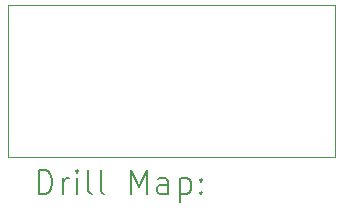
<source format=gbr>
%TF.GenerationSoftware,KiCad,Pcbnew,8.0.8*%
%TF.CreationDate,2025-02-05T16:43:21+08:00*%
%TF.ProjectId,5V24VBoostUp(USBC),35563234-5642-46f6-9f73-745570285553,rev?*%
%TF.SameCoordinates,Original*%
%TF.FileFunction,Drillmap*%
%TF.FilePolarity,Positive*%
%FSLAX45Y45*%
G04 Gerber Fmt 4.5, Leading zero omitted, Abs format (unit mm)*
G04 Created by KiCad (PCBNEW 8.0.8) date 2025-02-05 16:43:21*
%MOMM*%
%LPD*%
G01*
G04 APERTURE LIST*
%ADD10C,0.050000*%
%ADD11C,0.200000*%
G04 APERTURE END LIST*
D10*
X11064240Y-8666480D02*
X13827760Y-8666480D01*
X13827760Y-9951720D01*
X11064240Y-9951720D01*
X11064240Y-8666480D01*
D11*
X11322517Y-10265704D02*
X11322517Y-10065704D01*
X11322517Y-10065704D02*
X11370136Y-10065704D01*
X11370136Y-10065704D02*
X11398707Y-10075228D01*
X11398707Y-10075228D02*
X11417755Y-10094275D01*
X11417755Y-10094275D02*
X11427279Y-10113323D01*
X11427279Y-10113323D02*
X11436802Y-10151418D01*
X11436802Y-10151418D02*
X11436802Y-10179990D01*
X11436802Y-10179990D02*
X11427279Y-10218085D01*
X11427279Y-10218085D02*
X11417755Y-10237132D01*
X11417755Y-10237132D02*
X11398707Y-10256180D01*
X11398707Y-10256180D02*
X11370136Y-10265704D01*
X11370136Y-10265704D02*
X11322517Y-10265704D01*
X11522517Y-10265704D02*
X11522517Y-10132370D01*
X11522517Y-10170466D02*
X11532041Y-10151418D01*
X11532041Y-10151418D02*
X11541564Y-10141894D01*
X11541564Y-10141894D02*
X11560612Y-10132370D01*
X11560612Y-10132370D02*
X11579660Y-10132370D01*
X11646326Y-10265704D02*
X11646326Y-10132370D01*
X11646326Y-10065704D02*
X11636802Y-10075228D01*
X11636802Y-10075228D02*
X11646326Y-10084751D01*
X11646326Y-10084751D02*
X11655850Y-10075228D01*
X11655850Y-10075228D02*
X11646326Y-10065704D01*
X11646326Y-10065704D02*
X11646326Y-10084751D01*
X11770136Y-10265704D02*
X11751088Y-10256180D01*
X11751088Y-10256180D02*
X11741564Y-10237132D01*
X11741564Y-10237132D02*
X11741564Y-10065704D01*
X11874898Y-10265704D02*
X11855850Y-10256180D01*
X11855850Y-10256180D02*
X11846326Y-10237132D01*
X11846326Y-10237132D02*
X11846326Y-10065704D01*
X12103469Y-10265704D02*
X12103469Y-10065704D01*
X12103469Y-10065704D02*
X12170136Y-10208561D01*
X12170136Y-10208561D02*
X12236802Y-10065704D01*
X12236802Y-10065704D02*
X12236802Y-10265704D01*
X12417755Y-10265704D02*
X12417755Y-10160942D01*
X12417755Y-10160942D02*
X12408231Y-10141894D01*
X12408231Y-10141894D02*
X12389183Y-10132370D01*
X12389183Y-10132370D02*
X12351088Y-10132370D01*
X12351088Y-10132370D02*
X12332041Y-10141894D01*
X12417755Y-10256180D02*
X12398707Y-10265704D01*
X12398707Y-10265704D02*
X12351088Y-10265704D01*
X12351088Y-10265704D02*
X12332041Y-10256180D01*
X12332041Y-10256180D02*
X12322517Y-10237132D01*
X12322517Y-10237132D02*
X12322517Y-10218085D01*
X12322517Y-10218085D02*
X12332041Y-10199037D01*
X12332041Y-10199037D02*
X12351088Y-10189513D01*
X12351088Y-10189513D02*
X12398707Y-10189513D01*
X12398707Y-10189513D02*
X12417755Y-10179990D01*
X12512993Y-10132370D02*
X12512993Y-10332370D01*
X12512993Y-10141894D02*
X12532041Y-10132370D01*
X12532041Y-10132370D02*
X12570136Y-10132370D01*
X12570136Y-10132370D02*
X12589183Y-10141894D01*
X12589183Y-10141894D02*
X12598707Y-10151418D01*
X12598707Y-10151418D02*
X12608231Y-10170466D01*
X12608231Y-10170466D02*
X12608231Y-10227609D01*
X12608231Y-10227609D02*
X12598707Y-10246656D01*
X12598707Y-10246656D02*
X12589183Y-10256180D01*
X12589183Y-10256180D02*
X12570136Y-10265704D01*
X12570136Y-10265704D02*
X12532041Y-10265704D01*
X12532041Y-10265704D02*
X12512993Y-10256180D01*
X12693945Y-10246656D02*
X12703469Y-10256180D01*
X12703469Y-10256180D02*
X12693945Y-10265704D01*
X12693945Y-10265704D02*
X12684422Y-10256180D01*
X12684422Y-10256180D02*
X12693945Y-10246656D01*
X12693945Y-10246656D02*
X12693945Y-10265704D01*
X12693945Y-10141894D02*
X12703469Y-10151418D01*
X12703469Y-10151418D02*
X12693945Y-10160942D01*
X12693945Y-10160942D02*
X12684422Y-10151418D01*
X12684422Y-10151418D02*
X12693945Y-10141894D01*
X12693945Y-10141894D02*
X12693945Y-10160942D01*
M02*

</source>
